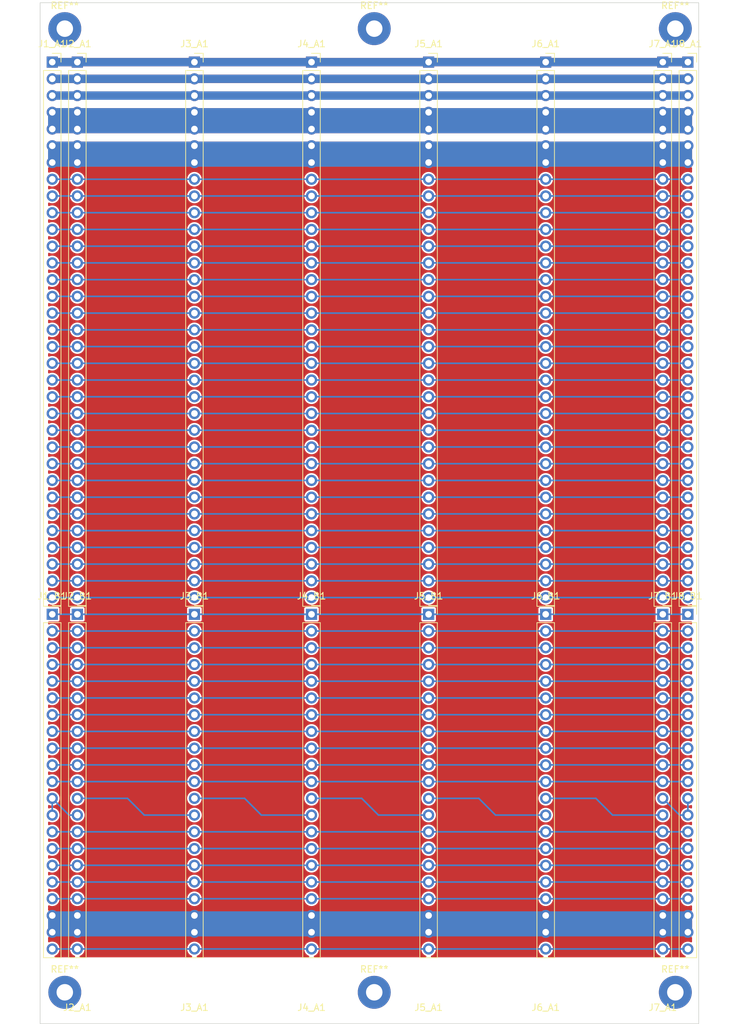
<source format=kicad_pcb>
(kicad_pcb (version 20211014) (generator pcbnew)
  (layers (0 "F.Cu" signal) (31 "B.Cu" signal) (34 "B.Paste" user) (35 "F.Paste" user) (36 "B.SilkS" user "B.Silkscreen") (37 "F.SilkS" user "F.Silkscreen") (38 "B.Mask" user) (39 "F.Mask" user) (44 "Edge.Cuts" user))
  (net 0 "")
  (net 1 "-5V")
  (net 2 "+12V")
  (net 3 "-12V")
  (net 4 "+5V")
  (net 5 "GND")
  (net 6 "/D0")
  (net 7 "/D1")
  (net 8 "/D2")
  (net 9 "/D3")
  (net 10 "/D4")
  (net 11 "/D5")
  (net 12 "/D6")
  (net 13 "/D7")
  (net 14 "/~{RD}")
  (net 15 "/~{WR}")
  (net 16 "/~{IORQ}")
  (net 17 "/~{MREQ}")
  (net 18 "/A0")
  (net 19 "/A1")
  (net 20 "/A2")
  (net 21 "/A3")
  (net 22 "/A4")
  (net 23 "/A5")
  (net 24 "/A6")
  (net 25 "/A7")
  (net 26 "/~{RESET}")
  (net 27 "/~{M1}")
  (net 28 "/~{PHI}")
  (net 29 "/~{RFSH}")
  (net 30 "/~{INT}")
  (net 31 "/~{WAIT}")
  (net 32 "/A8")
  (net 33 "/A9")
  (net 34 "/A10")
  (net 35 "/A11")
  (net 36 "/A12")
  (net 37 "/A13")
  (net 38 "/A14")
  (net 39 "/A15")
  (net 40 "/BANKEN")
  (net 41 "/~{BUSRQ}")
  (net 42 "/~{BUSAK}")
  (net 43 "/PI1")
  (net 44 "/~{NMI}")
  (net 45 "/A16")
  (net 46 "/A17")
  (net 47 "/A18")
  (net 48 "/A19")
  (net 49 "/RESERVE")
  (net 50 "/PI2")
  (net 51 "/PI3")
  (net 52 "/PI4")
  (net 53 "/PI5")
  (net 54 "/PI6")
  (net 55 "/PI7")
  (footprint "Connector_PinSocket_2.54mm:PinSocket_1x33_P2.54mm_Vertical" (layer "F.Cu") (at 67.31 33.02)
    (fp_text reference "J4_A1")
    (fp_text value "Conn_01x33")
  )
  (footprint "Connector_PinSocket_2.54mm:PinSocket_1x33_P2.54mm_Vertical" (layer "F.Cu") (at 124.46 33.02)
    (fp_text reference "J8_A1")
    (fp_text value "Conn_01x33")
  )
  (footprint "MountingHole:MountingHole_2.5mm_Pad" (layer "F.Cu") (at 122.555 174.22)
    (fp_text reference "REF**")
    (fp_text value "MountingHole_2.5mm_Pad")
  )
  (footprint "MountingHole:MountingHole_2.5mm_Pad" (layer "F.Cu") (at 76.835 174.22)
    (fp_text reference "REF**")
    (fp_text value "MountingHole_2.5mm_Pad")
  )
  (footprint "Connector_PinSocket_2.54mm:PinSocket_1x33_P2.54mm_Vertical" (layer "F.Cu") (at 31.75 33.02)
    (fp_text reference "J2_A1")
    (fp_text value "Conn_01x33")
  )
  (footprint "Connector_PinSocket_2.54mm:PinSocket_1x21_P2.54mm_Vertical" (layer "F.Cu") (at 102.87 116.84)
    (fp_text reference "J6_B1")
    (fp_text value "Conn_01x21")
  )
  (footprint "Connector_PinSocket_2.54mm:PinSocket_1x21_P2.54mm_Vertical" (layer "F.Cu") (at 120.65 116.84)
    (fp_text reference "J7_B1")
    (fp_text value "Conn_01x21")
  )
  (footprint "Connector_PinSocket_2.54mm:PinSocket_1x21_P2.54mm_Vertical" (layer "F.Cu") (at 49.53 116.84)
    (fp_text reference "J3_B1")
    (fp_text value "Conn_01x21")
  )
  (footprint "MountingHole:MountingHole_2.5mm_Pad" (layer "F.Cu") (at 122.555 27.94)
    (fp_text reference "REF**")
    (fp_text value "MountingHole_2.5mm_Pad")
  )
  (footprint "Connector_PinSocket_2.54mm:PinSocket_1x33_P2.54mm_Vertical" (layer "F.Cu") (at 27.94 33.02)
    (fp_text reference "J1_A1")
    (fp_text value "Conn_01x33")
  )
  (footprint "Connector_PinSocket_2.54mm:PinSocket_1x21_P2.54mm_Vertical" (layer "F.Cu") (at 27.94 116.84)
    (fp_text reference "J1_B1")
    (fp_text value "Conn_01x21")
  )
  (footprint "Connector_PinSocket_2.54mm:PinSocket_1x21_P2.54mm_Vertical" (layer "F.Cu") (at 67.31 116.84)
    (fp_text reference "J4_B1")
    (fp_text value "Conn_01x21")
  )
  (footprint "Connector_PinSocket_2.54mm:PinSocket_1x21_P2.54mm_Vertical" (layer "F.Cu") (at 31.75 116.84)
    (fp_text reference "J2_B1")
    (fp_text value "Conn_01x21")
  )
  (footprint "Connector_PinSocket_2.54mm:PinSocket_1x33_P2.54mm_Vertical" (layer "F.Cu") (at 49.53 33.02)
    (fp_text reference "J3_A1")
    (fp_text value "Conn_01x33")
  )
  (footprint "MountingHole:MountingHole_2.5mm_Pad" (layer "F.Cu") (at 29.845 27.94)
    (fp_text reference "REF**")
    (fp_text value "MountingHole_2.5mm_Pad")
  )
  (footprint "Connector_PinSocket_2.54mm:PinSocket_1x33_P2.54mm_Vertical" (layer "F.Cu") (at 85.09 33.02)
    (fp_text reference "J5_A1")
    (fp_text value "Conn_01x33")
  )
  (footprint "Connector_PinSocket_2.54mm:PinSocket_1x33_P2.54mm_Vertical" (layer "F.Cu") (at 120.65 33.02)
    (fp_text reference "J7_A1")
    (fp_text value "Conn_01x33")
  )
  (footprint "Connector_PinSocket_2.54mm:PinSocket_1x21_P2.54mm_Vertical" (layer "F.Cu") (at 85.09 116.84)
    (fp_text reference "J5_B1")
    (fp_text value "Conn_01x21")
  )
  (footprint "MountingHole:MountingHole_2.5mm_Pad" (layer "F.Cu") (at 76.835 27.94)
    (fp_text reference "REF**")
    (fp_text value "MountingHole_2.5mm_Pad")
  )
  (footprint "MountingHole:MountingHole_2.5mm_Pad" (layer "F.Cu") (at 29.845 174.22)
    (fp_text reference "REF**")
    (fp_text value "MountingHole_2.5mm_Pad")
  )
  (footprint "Connector_PinSocket_2.54mm:PinSocket_1x21_P2.54mm_Vertical" (layer "F.Cu") (at 124.46 116.84)
    (fp_text reference "J8_B1")
    (fp_text value "Conn_01x21")
  )
  (footprint "Connector_PinSocket_2.54mm:PinSocket_1x33_P2.54mm_Vertical" (layer "F.Cu") (at 102.87 33.02)
    (fp_text reference "J6_A1")
    (fp_text value "Conn_01x33")
  )
  (gr_rect (start 26.1 24) (end 126.1 179) (layer "Edge.Cuts") (width 0.1) (fill none))
  (gr_text "J7_A1" (at 120.65 176.53) (layer "F.SilkS") (effects (font (size 1 1))))
  (gr_text "J4_A1" (at 67.31 176.53) (layer "F.SilkS") (effects (font (size 1 1))))
  (gr_text "J5_A1" (at 85.09 176.53) (layer "F.SilkS") (effects (font (size 1 1))))
  (gr_text "J3_A1" (at 49.53 176.53) (layer "F.SilkS") (effects (font (size 1 1))))
  (gr_text "J2_A1" (at 31.75 176.53) (layer "F.SilkS") (effects (font (size 1 1))))
  (gr_text "J6_A1" (at 102.87 176.53) (layer "F.SilkS") (effects (font (size 1 1))))
  (segment (start 31.75 40.64) (end 31.75 43.18) (width 1) (layer "F.Cu") (net 4))
  (segment (start 49.53 40.64) (end 67.31 40.64) (width 1) (layer "F.Cu") (net 4))
  (segment (start 67.31 43.18) (end 49.53 43.18) (width 1) (layer "F.Cu") (net 4))
  (segment (start 67.31 40.64) (end 67.31 43.18) (width 1) (layer "F.Cu") (net 4))
  (segment (start 31.75 40.64) (end 49.53 40.64) (width 1) (layer "F.Cu") (net 4))
  (segment (start 27.94 40.64) (end 27.94 43.18) (width 1) (layer "F.Cu") (net 4))
  (segment (start 27.94 43.18) (end 31.75 43.18) (width 1) (layer "F.Cu") (net 4))
  (segment (start 31.75 43.18) (end 49.53 43.18) (width 1) (layer "F.Cu") (net 4))
  (segment (start 27.94 40.64) (end 31.75 40.64) (width 1) (layer "F.Cu") (net 4))
  (segment (start 85.09 50.8) (end 102.87 50.8) (width 0.25) (layer "B.Cu") (net 6))
  (segment (start 31.75 50.8) (end 49.53 50.8) (width 0.25) (layer "B.Cu") (net 6))
  (segment (start 67.31 50.8) (end 85.09 50.8) (width 0.25) (layer "B.Cu") (net 6))
  (segment (start 120.65 50.8) (end 124.46 50.8) (width 0.25) (layer "B.Cu") (net 6))
  (segment (start 102.87 50.8) (end 120.65 50.8) (width 0.25) (layer "B.Cu") (net 6))
  (segment (start 27.94 50.8) (end 31.75 50.8) (width 0.25) (layer "B.Cu") (net 6))
  (segment (start 49.53 50.8) (end 67.31 50.8) (width 0.25) (layer "B.Cu") (net 6))
  (segment (start 120.65 53.34) (end 124.46 53.34) (width 0.25) (layer "B.Cu") (net 7))
  (segment (start 31.75 53.34) (end 49.53 53.34) (width 0.25) (layer "B.Cu") (net 7))
  (segment (start 85.09 53.34) (end 102.87 53.34) (width 0.25) (layer "B.Cu") (net 7))
  (segment (start 27.94 53.34) (end 31.75 53.34) (width 0.25) (layer "B.Cu") (net 7))
  (segment (start 102.87 53.34) (end 120.65 53.34) (width 0.25) (layer "B.Cu") (net 7))
  (segment (start 67.31 53.34) (end 85.09 53.34) (width 0.25) (layer "B.Cu") (net 7))
  (segment (start 49.53 53.34) (end 67.31 53.34) (width 0.25) (layer "B.Cu") (net 7))
  (segment (start 120.65 55.88) (end 124.46 55.88) (width 0.25) (layer "B.Cu") (net 8))
  (segment (start 102.87 55.88) (end 120.65 55.88) (width 0.25) (layer "B.Cu") (net 8))
  (segment (start 67.31 55.88) (end 85.09 55.88) (width 0.25) (layer "B.Cu") (net 8))
  (segment (start 27.94 55.88) (end 31.75 55.88) (width 0.25) (layer "B.Cu") (net 8))
  (segment (start 49.53 55.88) (end 67.31 55.88) (width 0.25) (layer "B.Cu") (net 8))
  (segment (start 31.75 55.88) (end 49.53 55.88) (width 0.25) (layer "B.Cu") (net 8))
  (segment (start 85.09 55.88) (end 102.87 55.88) (width 0.25) (layer "B.Cu") (net 8))
  (segment (start 49.53 58.42) (end 31.75 58.42) (width 0.25) (layer "B.Cu") (net 9))
  (segment (start 67.31 58.42) (end 49.53 58.42) (width 0.25) (layer "B.Cu") (net 9))
  (segment (start 102.87 58.42) (end 85.09 58.42) (width 0.25) (layer "B.Cu") (net 9))
  (segment (start 124.46 58.42) (end 120.65 58.42) (width 0.25) (layer "B.Cu") (net 9))
  (segment (start 31.75 58.42) (end 27.94 58.42) (width 0.25) (layer "B.Cu") (net 9))
  (segment (start 120.65 58.42) (end 102.87 58.42) (width 0.25) (layer "B.Cu") (net 9))
  (segment (start 85.09 58.42) (end 67.31 58.42) (width 0.25) (layer "B.Cu") (net 9))
  (segment (start 85.09 60.96) (end 102.87 60.96) (width 0.25) (layer "B.Cu") (net 10))
  (segment (start 102.87 60.96) (end 120.65 60.96) (width 0.25) (layer "B.Cu") (net 10))
  (segment (start 27.94 60.96) (end 31.75 60.96) (width 0.25) (layer "B.Cu") (net 10))
  (segment (start 31.75 60.96) (end 49.53 60.96) (width 0.25) (layer "B.Cu") (net 10))
  (segment (start 67.31 60.96) (end 85.09 60.96) (width 0.25) (layer "B.Cu") (net 10))
  (segment (start 120.65 60.96) (end 124.46 60.96) (width 0.25) (layer "B.Cu") (net 10))
  (segment (start 49.53 60.96) (end 67.31 60.96) (width 0.25) (layer "B.Cu") (net 10))
  (segment (start 85.09 63.5) (end 67.31 63.5) (width 0.25) (layer "B.Cu") (net 11))
  (segment (start 124.46 63.5) (end 120.65 63.5) (width 0.25) (layer "B.Cu") (net 11))
  (segment (start 49.53 63.5) (end 31.75 63.5) (width 0.25) (layer "B.Cu") (net 11))
  (segment (start 120.65 63.5) (end 102.87 63.5) (width 0.25) (layer "B.Cu") (net 11))
  (segment (start 102.87 63.5) (end 85.09 63.5) (width 0.25) (layer "B.Cu") (net 11))
  (segment (start 31.75 63.5) (end 27.94 63.5) (width 0.25) (layer "B.Cu") (net 11))
  (segment (start 67.31 63.5) (end 49.53 63.5) (width 0.25) (layer "B.Cu") (net 11))
  (segment (start 31.75 66.04) (end 49.53 66.04) (width 0.25) (layer "B.Cu") (net 12))
  (segment (start 102.87 66.04) (end 120.65 66.04) (width 0.25) (layer "B.Cu") (net 12))
  (segment (start 120.65 66.04) (end 124.46 66.04) (width 0.25) (layer "B.Cu") (net 12))
  (segment (start 49.53 66.04) (end 67.31 66.04) (width 0.25) (layer "B.Cu") (net 12))
  (segment (start 85.09 66.04) (end 102.87 66.04) (width 0.25) (layer "B.Cu") (net 12))
  (segment (start 67.31 66.04) (end 85.09 66.04) (width 0.25) (layer "B.Cu") (net 12))
  (segment (start 27.94 66.04) (end 31.75 66.04) (width 0.25) (layer "B.Cu") (net 12))
  (segment (start 85.09 68.58) (end 67.31 68.58) (width 0.25) (layer "B.Cu") (net 13))
  (segment (start 120.65 68.58) (end 102.87 68.58) (width 0.25) (layer "B.Cu") (net 13))
  (segment (start 67.31 68.58) (end 49.53 68.58) (width 0.25) (layer "B.Cu") (net 13))
  (segment (start 124.46 68.58) (end 120.65 68.58) (width 0.25) (layer "B.Cu") (net 13))
  (segment (start 49.53 68.58) (end 31.75 68.58) (width 0.25) (layer "B.Cu") (net 13))
  (segment (start 31.75 68.58) (end 27.94 68.58) (width 0.25) (layer "B.Cu") (net 13))
  (segment (start 102.87 68.58) (end 85.09 68.58) (width 0.25) (layer "B.Cu") (net 13))
  (segment (start 67.31 71.12) (end 85.09 71.12) (width 0.25) (layer "B.Cu") (net 14))
  (segment (start 31.75 71.12) (end 49.53 71.12) (width 0.25) (layer "B.Cu") (net 14))
  (segment (start 85.09 71.12) (end 102.87 71.12) (width 0.25) (layer "B.Cu") (net 14))
  (segment (start 102.87 71.12) (end 120.65 71.12) (width 0.25) (layer "B.Cu") (net 14))
  (segment (start 120.65 71.12) (end 124.46 71.12) (width 0.25) (layer "B.Cu") (net 14))
  (segment (start 27.94 71.12) (end 31.75 71.12) (width 0.25) (layer "B.Cu") (net 14))
  (segment (start 49.53 71.12) (end 67.31 71.12) (width 0.25) (layer "B.Cu") (net 14))
  (segment (start 67.31 73.66) (end 49.53 73.66) (width 0.25) (layer "B.Cu") (net 15))
  (segment (start 85.09 73.66) (end 67.31 73.66) (width 0.25) (layer "B.Cu") (net 15))
  (segment (start 120.65 73.66) (end 102.87 73.66) (width 0.25) (layer "B.Cu") (net 15))
  (segment (start 31.75 73.66) (end 27.94 73.66) (width 0.25) (layer "B.Cu") (net 15))
  (segment (start 124.46 73.66) (end 120.65 73.66) (width 0.25) (layer "B.Cu") (net 15))
  (segment (start 49.53 73.66) (end 31.75 73.66) (width 0.25) (layer "B.Cu") (net 15))
  (segment (start 102.87 73.66) (end 85.09 73.66) (width 0.25) (layer "B.Cu") (net 15))
  (segment (start 67.31 76.2) (end 85.09 76.2) (width 0.25) (layer "B.Cu") (net 16))
  (segment (start 49.53 76.2) (end 67.31 76.2) (width 0.25) (layer "B.Cu") (net 16))
  (segment (start 120.65 76.2) (end 124.46 76.2) (width 0.25) (layer "B.Cu") (net 16))
  (segment (start 85.09 76.2) (end 102.87 76.2) (width 0.25) (layer "B.Cu") (net 16))
  (segment (start 31.75 76.2) (end 49.53 76.2) (width 0.25) (layer "B.Cu") (net 16))
  (segment (start 27.94 76.2) (end 31.75 76.2) (width 0.25) (layer "B.Cu") (net 16))
  (segment (start 102.87 76.2) (end 120.65 76.2) (width 0.25) (layer "B.Cu") (net 16))
  (segment (start 85.09 78.74) (end 67.31 78.74) (width 0.25) (layer "B.Cu") (net 17))
  (segment (start 124.46 78.74) (end 120.65 78.74) (width 0.25) (layer "B.Cu") (net 17))
  (segment (start 102.87 78.74) (end 85.09 78.74) (width 0.25) (layer "B.Cu") (net 17))
  (segment (start 31.75 78.74) (end 27.94 78.74) (width 0.25) (layer "B.Cu") (net 17))
  (segment (start 120.65 78.74) (end 102.87 78.74) (width 0.25) (layer "B.Cu") (net 17))
  (segment (start 49.53 78.74) (end 31.75 78.74) (width 0.25) (layer "B.Cu") (net 17))
  (segment (start 67.31 78.74) (end 49.53 78.74) (width 0.25) (layer "B.Cu") (net 17))
  (segment (start 27.94 81.28) (end 31.75 81.28) (width 0.25) (layer "B.Cu") (net 18))
  (segment (start 102.87 81.28) (end 120.65 81.28) (width 0.25) (layer "B.Cu") (net 18))
  (segment (start 49.53 81.28) (end 67.31 81.28) (width 0.25) (layer "B.Cu") (net 18))
  (segment (start 85.09 81.28) (end 102.87 81.28) (width 0.25) (layer "B.Cu") (net 18))
  (segment (start 120.65 81.28) (end 124.46 81.28) (width 0.25) (layer "B.Cu") (net 18))
  (segment (start 67.31 81.28) (end 85.09 81.28) (width 0.25) (layer "B.Cu") (net 18))
  (segment (start 31.75 81.28) (end 49.53 81.28) (width 0.25) (layer "B.Cu") (net 18))
  (segment (start 67.31 83.82) (end 85.09 83.82) (width 0.25) (layer "B.Cu") (net 19))
  (segment (start 27.94 83.82) (end 31.75 83.82) (width 0.25) (layer "B.Cu") (net 19))
  (segment (start 102.87 83.82) (end 120.65 83.82) (width 0.25) (layer "B.Cu") (net 19))
  (segment (start 120.65 83.82) (end 124.46 83.82) (width 0.25) (layer "B.Cu") (net 19))
  (segment (start 49.53 83.82) (end 67.31 83.82) (width 0.25) (layer "B.Cu") (net 19))
  (segment (start 31.75 83.82) (end 49.53 83.82) (width 0.25) (layer "B.Cu") (net 19))
  (segment (start 85.09 83.82) (end 102.87 83.82) (width 0.25) (layer "B.Cu") (net 19))
  (segment (start 49.53 86.36) (end 31.75 86.36) (width 0.25) (layer "B.Cu") (net 20))
  (segment (start 67.31 86.36) (end 49.53 86.36) (width 0.25) (layer "B.Cu") (net 20))
  (segment (start 102.87 86.36) (end 85.09 86.36) (width 0.25) (layer "B.Cu") (net 20))
  (segment (start 120.65 86.36) (end 102.87 86.36) (width 0.25) (layer "B.Cu") (net 20))
  (segment (start 124.46 86.36) (end 120.65 86.36) (width 0.25) (layer "B.Cu") (net 20))
  (segment (start 85.09 86.36) (end 67.31 86.36) (width 0.25) (layer "B.Cu") (net 20))
  (segment (start 31.75 86.36) (end 27.94 86.36) (width 0.25) (layer "B.Cu") (net 20))
  (segment (start 49.53 88.9) (end 67.31 88.9) (width 0.25) (layer "B.Cu") (net 21))
  (segment (start 67.31 88.9) (end 85.09 88.9) (width 0.25) (layer "B.Cu") (net 21))
  (segment (start 120.65 88.9) (end 124.46 88.9) (width 0.25) (layer "B.Cu") (net 21))
  (segment (start 31.75 88.9) (end 49.53 88.9) (width 0.25) (layer "B.Cu") (net 21))
  (segment (start 85.09 88.9) (end 102.87 88.9) (width 0.25) (layer "B.Cu") (net 21))
  (segment (start 102.87 88.9) (end 120.65 88.9) (width 0.25) (layer "B.Cu") (net 21))
  (segment (start 27.94 88.9) (end 31.75 88.9) (width 0.25) (layer "B.Cu") (net 21))
  (segment (start 67.31 91.44) (end 49.53 91.44) (width 0.25) (layer "B.Cu") (net 22))
  (segment (start 120.65 91.44) (end 102.87 91.44) (width 0.25) (layer "B.Cu") (net 22))
  (segment (start 124.46 91.44) (end 120.65 91.44) (width 0.25) (layer "B.Cu") (net 22))
  (segment (start 102.87 91.44) (end 85.09 91.44) (width 0.25) (layer "B.Cu") (net 22))
  (segment (start 49.53 91.44) (end 31.75 91.44) (width 0.25) (layer "B.Cu") (net 22))
  (segment (start 85.09 91.44) (end 67.31 91.44) (width 0.25) (layer "B.Cu") (net 22))
  (segment (start 31.75 91.44) (end 27.94 91.44) (width 0.25) (layer "B.Cu") (net 22))
  (segment (start 67.31 93.98) (end 85.09 93.98) (width 0.25) (layer "B.Cu") (net 23))
  (segment (start 120.65 93.98) (end 124.46 93.98) (width 0.25) (layer "B.Cu") (net 23))
  (segment (start 102.87 93.98) (end 120.65 93.98) (width 0.25) (layer "B.Cu") (net 23))
  (segment (start 85.09 93.98) (end 102.87 93.98) (width 0.25) (layer "B.Cu") (net 23))
  (segment (start 27.94 93.98) (end 31.75 93.98) (width 0.25) (layer "B.Cu") (net 23))
  (segment (start 49.53 93.98) (end 67.31 93.98) (width 0.25) (layer "B.Cu") (net 23))
  (segment (start 31.75 93.98) (end 49.53 93.98) (width 0.25) (layer "B.Cu") (net 23))
  (segment (start 85.09 96.52) (end 67.31 96.52) (width 0.25) (layer "B.Cu") (net 24))
  (segment (start 102.87 96.52) (end 85.09 96.52) (width 0.25) (layer "B.Cu") (net 24))
  (segment (start 49.53 96.52) (end 31.75 96.52) (width 0.25) (layer "B.Cu") (net 24))
  (segment (start 124.46 96.52) (end 120.65 96.52) (width 0.25) (layer "B.Cu") (net 24))
  (segment (start 120.65 96.52) (end 102.87 96.52) (width 0.25) (layer "B.Cu") (net 24))
  (segment (start 67.31 96.52) (end 49.53 96.52) (width 0.25) (layer "B.Cu") (net 24))
  (segment (start 31.75 96.52) (end 27.94 96.52) (width 0.25) (layer "B.Cu") (net 24))
  (segment (start 102.87 99.06) (end 120.65 99.06) (width 0.25) (layer "B.Cu") (net 25))
  (segment (start 31.75 99.06) (end 49.53 99.06) (width 0.25) (layer "B.Cu") (net 25))
  (segment (start 49.53 99.06) (end 67.31 99.06) (width 0.25) (layer "B.Cu") (net 25))
  (segment (start 120.65 99.06) (end 124.46 99.06) (width 0.25) (layer "B.Cu") (net 25))
  (segment (start 27.94 99.06) (end 31.75 99.06) (width 0.25) (layer "B.Cu") (net 25))
  (segment (start 67.31 99.06) (end 85.09 99.06) (width 0.25) (layer "B.Cu") (net 25))
  (segment (start 85.09 99.06) (end 102.87 99.06) (width 0.25) (layer "B.Cu") (net 25))
  (segment (start 67.31 101.6) (end 49.53 101.6) (width 0.25) (layer "B.Cu") (net 26))
  (segment (start 124.46 101.6) (end 120.65 101.6) (width 0.25) (layer "B.Cu") (net 26))
  (segment (start 85.09 101.6) (end 67.31 101.6) (width 0.25) (layer "B.Cu") (net 26))
  (segment (start 49.53 101.6) (end 31.75 101.6) (width 0.25) (layer "B.Cu") (net 26))
  (segment (start 31.75 101.6) (end 27.94 101.6) (width 0.25) (layer "B.Cu") (net 26))
  (segment (start 102.87 101.6) (end 85.09 101.6) (width 0.25) (layer "B.Cu") (net 26))
  (segment (start 120.65 101.6) (end 102.87 101.6) (width 0.25) (layer "B.Cu") (net 26))
  (segment (start 102.87 104.14) (end 120.65 104.14) (width 0.25) (layer "B.Cu") (net 27))
  (segment (start 67.31 104.14) (end 85.09 104.14) (width 0.25) (layer "B.Cu") (net 27))
  (segment (start 85.09 104.14) (end 102.87 104.14) (width 0.25) (layer "B.Cu") (net 27))
  (segment (start 49.53 104.14) (end 67.31 104.14) (width 0.25) (layer "B.Cu") (net 27))
  (segment (start 31.75 104.14) (end 49.53 104.14) (width 0.25) (layer "B.Cu") (net 27))
  (segment (start 27.94 104.14) (end 31.75 104.14) (width 0.25) (layer "B.Cu") (net 27))
  (segment (start 120.65 104.14) (end 124.46 104.14) (width 0.25) (layer "B.Cu") (net 27))
  (segment (start 124.46 106.68) (end 120.65 106.68) (width 0.25) (layer "B.Cu") (net 28))
  (segment (start 120.65 106.68) (end 102.87 106.68) (width 0.25) (layer "B.Cu") (net 28))
  (segment (start 67.31 106.68) (end 49.53 106.68) (width 0.25) (layer "B.Cu") (net 28))
  (segment (start 49.53 106.68) (end 31.75 106.68) (width 0.25) (layer "B.Cu") (net 28))
  (segment (start 31.75 106.68) (end 27.94 106.68) (width 0.25) (layer "B.Cu") (net 28))
  (segment (start 85.09 106.68) (end 67.31 106.68) (width 0.25) (layer "B.Cu") (net 28))
  (segment (start 102.87 106.68) (end 85.09 106.68) (width 0.25) (layer "B.Cu") (net 28))
  (segment (start 102.87 109.22) (end 120.65 109.22) (width 0.25) (layer "B.Cu") (net 29))
  (segment (start 31.75 109.22) (end 49.53 109.22) (width 0.25) (layer "B.Cu") (net 29))
  (segment (start 49.53 109.22) (end 67.31 109.22) (width 0.25) (layer "B.Cu") (net 29))
  (segment (start 67.31 109.22) (end 85.09 109.22) (width 0.25) (layer "B.Cu") (net 29))
  (segment (start 120.65 109.22) (end 124.46 109.22) (width 0.25) (layer "B.Cu") (net 29))
  (segment (start 27.94 109.22) (end 31.75 109.22) (width 0.25) (layer "B.Cu") (net 29))
  (segment (start 85.09 109.22) (end 102.87 109.22) (width 0.25) (layer "B.Cu") (net 29))
  (segment (start 85.09 111.76) (end 67.31 111.76) (width 0.25) (layer "B.Cu") (net 30))
  (segment (start 120.65 111.76) (end 102.87 111.76) (width 0.25) (layer "B.Cu") (net 30))
  (segment (start 67.31 111.76) (end 49.53 111.76) (width 0.25) (layer "B.Cu") (net 30))
  (segment (start 31.75 111.76) (end 27.94 111.76) (width 0.25) (layer "B.Cu") (net 30))
  (segment (start 49.53 111.76) (end 31.75 111.76) (width 0.25) (layer "B.Cu") (net 30))
  (segment (start 124.46 111.76) (end 120.65 111.76) (width 0.25) (layer "B.Cu") (net 30))
  (segment (start 102.87 111.76) (end 85.09 111.76) (width 0.25) (layer "B.Cu") (net 30))
  (segment (start 31.75 114.3) (end 49.53 114.3) (width 0.25) (layer "B.Cu") (net 31))
  (segment (start 67.31 114.3) (end 85.09 114.3) (width 0.25) (layer "B.Cu") (net 31))
  (segment (start 120.65 114.3) (end 124.46 114.3) (width 0.25) (layer "B.Cu") (net 31))
  (segment (start 102.87 114.3) (end 120.65 114.3) (width 0.25) (layer "B.Cu") (net 31))
  (segment (start 85.09 114.3) (end 102.87 114.3) (width 0.25) (layer "B.Cu") (net 31))
  (segment (start 27.94 114.3) (end 31.75 114.3) (width 0.25) (layer "B.Cu") (net 31))
  (segment (start 49.53 114.3) (end 67.31 114.3) (width 0.25) (layer "B.Cu") (net 31))
  (segment (start 31.75 116.84) (end 27.94 116.84) (width 0.25) (layer "B.Cu") (net 32))
  (segment (start 67.31 116.84) (end 49.53 116.84) (width 0.25) (layer "B.Cu") (net 32))
  (segment (start 124.46 116.84) (end 120.65 116.84) (width 0.25) (layer "B.Cu") (net 32))
  (segment (start 120.65 116.84) (end 102.87 116.84) (width 0.25) (layer "B.Cu") (net 32))
  (segment (start 102.87 116.84) (end 85.09 116.84) (width 0.25) (layer "B.Cu") (net 32))
  (segment (start 49.53 116.84) (end 31.75 116.84) (width 0.25) (layer "B.Cu") (net 32))
  (segment (start 85.09 116.84) (end 67.31 116.84) (width 0.25) (layer "B.Cu") (net 32))
  (segment (start 27.94 119.38) (end 31.75 119.38) (width 0.25) (layer "B.Cu") (net 33))
  (segment (start 31.75 119.38) (end 49.53 119.38) (width 0.25) (layer "B.Cu") (net 33))
  (segment (start 67.31 119.38) (end 85.09 119.38) (width 0.25) (layer "B.Cu") (net 33))
  (segment (start 49.53 119.38) (end 67.31 119.38) (width 0.25) (layer "B.Cu") (net 33))
  (segment (start 120.65 119.38) (end 124.46 119.38) (width 0.25) (layer "B.Cu") (net 33))
  (segment (start 85.09 119.38) (end 102.87 119.38) (width 0.25) (layer "B.Cu") (net 33))
  (segment (start 102.87 119.38) (end 120.65 119.38) (width 0.25) (layer "B.Cu") (net 33))
  (segment (start 67.31 121.92) (end 85.09 121.92) (width 0.25) (layer "B.Cu") (net 34))
  (segment (start 49.53 121.92) (end 67.31 121.92) (width 0.25) (layer "B.Cu") (net 34))
  (segment (start 120.65 121.92) (end 124.46 121.92) (width 0.25) (layer "B.Cu") (net 34))
  (segment (start 102.87 121.92) (end 120.65 121.92) (width 0.25) (layer "B.Cu") (net 34))
  (segment (start 85.09 121.92) (end 102.87 121.92) (width 0.25) (layer "B.Cu") (net 34))
  (segment (start 27.94 121.92) (end 31.75 121.92) (width 0.25) (layer "B.Cu") (net 34))
  (segment (start 31.75 121.92) (end 49.53 121.92) (width 0.25) (layer "B.Cu") (net 34))
  (segment (start 85.09 124.46) (end 67.31 124.46) (width 0.25) (layer "B.Cu") (net 35))
  (segment (start 31.75 124.46) (end 27.94 124.46) (width 0.25) (layer "B.Cu") (net 35))
  (segment (start 49.53 124.46) (end 31.75 124.46) (width 0.25) (layer "B.Cu") (net 35))
  (segment (start 102.87 124.46) (end 85.09 124.46) (width 0.25) (layer "B.Cu") (net 35))
  (segment (start 67.31 124.46) (end 49.53 124.46) (width 0.25) (layer "B.Cu") (net 35))
  (segment (start 120.65 124.46) (end 102.87 124.46) (width 0.25) (layer "B.Cu") (net 35))
  (segment (start 124.46 124.46) (end 120.65 124.46) (width 0.25) (layer "B.Cu") (net 35))
  (segment (start 102.87 127) (end 120.65 127) (width 0.25) (layer "B.Cu") (net 36))
  (segment (start 85.09 127) (end 102.87 127) (width 0.25) (layer "B.Cu") (net 36))
  (segment (start 120.65 127) (end 124.46 127) (width 0.25) (layer "B.Cu") (net 36))
  (segment (start 67.31 127) (end 85.09 127) (width 0.25) (layer "B.Cu") (net 36))
  (segment (start 49.53 127) (end 67.31 127) (width 0.25) (layer "B.Cu") (net 36))
  (segment (start 27.94 127) (end 31.75 127) (width 0.25) (layer "B.Cu") (net 36))
  (segment (start 31.75 127) (end 49.53 127) (width 0.25) (layer "B.Cu") (net 36))
  (segment (start 49.53 129.54) (end 31.75 129.54) (width 0.25) (layer "B.Cu") (net 37))
  (segment (start 124.46 129.54) (end 120.65 129.54) (width 0.25) (layer "B.Cu") (net 37))
  (segment (start 120.65 129.54) (end 102.87 129.54) (width 0.25) (layer "B.Cu") (net 37))
  (segment (start 102.87 129.54) (end 85.09 129.54) (width 0.25) (layer "B.Cu") (net 37))
  (segment (start 67.31 129.54) (end 49.53 129.54) (width 0.25) (layer "B.Cu") (net 37))
  (segment (start 31.75 129.54) (end 27.94 129.54) (width 0.25) (layer "B.Cu") (net 37))
  (segment (start 85.09 129.54) (end 67.31 129.54) (width 0.25) (layer "B.Cu") (net 37))
  (segment (start 27.94 132.08) (end 31.75 132.08) (width 0.25) (layer "B.Cu") (net 38))
  (segment (start 49.53 132.08) (end 67.31 132.08) (width 0.25) (layer "B.Cu") (net 38))
  (segment (start 31.75 132.08) (end 49.53 132.08) (width 0.25) (layer "B.Cu") (net 38))
  (segment (start 102.87 132.08) (end 120.65 132.08) (width 0.25) (layer "B.Cu") (net 38))
  (segment (start 67.31 132.08) (end 85.09 132.08) (width 0.25) (layer "B.Cu") (net 38))
  (segment (start 120.65 132.08) (end 124.46 132.08) (width 0.25) (layer "B.Cu") (net 38))
  (segment (start 85.09 132.08) (end 102.87 132.08) (width 0.25) (layer "B.Cu") (net 38))
  (segment (start 102.87 134.62) (end 85.09 134.62) (width 0.25) (layer "B.Cu") (net 39))
  (segment (start 67.31 134.62) (end 49.53 134.62) (width 0.25) (layer "B.Cu") (net 39))
  (segment (start 124.46 134.62) (end 120.65 134.62) (width 0.25) (layer "B.Cu") (net 39))
  (segment (start 31.75 134.62) (end 27.94 134.62) (width 0.25) (layer "B.Cu") (net 39))
  (segment (start 85.09 134.62) (end 67.31 134.62) (width 0.25) (layer "B.Cu") (net 39))
  (segment (start 49.53 134.62) (end 31.75 134.62) (width 0.25) (layer "B.Cu") (net 39))
  (segment (start 120.65 134.62) (end 102.87 134.62) (width 0.25) (layer "B.Cu") (net 39))
  (segment (start 27.94 137.16) (end 31.75 137.16) (width 0.25) (layer "B.Cu") (net 40))
  (segment (start 120.65 137.16) (end 124.46 137.16) (width 0.25) (layer "B.Cu") (net 40))
  (segment (start 85.09 137.16) (end 102.87 137.16) (width 0.25) (layer "B.Cu") (net 40))
  (segment (start 31.75 137.16) (end 49.53 137.16) (width 0.25) (layer "B.Cu") (net 40))
  (segment (start 49.53 137.16) (end 67.31 137.16) (width 0.25) (layer "B.Cu") (net 40))
  (segment (start 67.31 137.16) (end 85.09 137.16) (width 0.25) (layer "B.Cu") (net 40))
  (segment (start 102.87 137.16) (end 120.65 137.16) (width 0.25) (layer "B.Cu") (net 40))
  (segment (start 85.09 139.7) (end 67.31 139.7) (width 0.25) (layer "B.Cu") (net 41))
  (segment (start 124.46 139.7) (end 120.65 139.7) (width 0.25) (layer "B.Cu") (net 41))
  (segment (start 31.75 139.7) (end 27.94 139.7) (width 0.25) (layer "B.Cu") (net 41))
  (segment (start 67.31 139.7) (end 49.53 139.7) (width 0.25) (layer "B.Cu") (net 41))
  (segment (start 49.53 139.7) (end 31.75 139.7) (width 0.25) (layer "B.Cu") (net 41))
  (segment (start 120.65 139.7) (end 102.87 139.7) (width 0.25) (layer "B.Cu") (net 41))
  (segment (start 102.87 139.7) (end 85.09 139.7) (width 0.25) (layer "B.Cu") (net 41))
  (segment (start 31.75 142.24) (end 49.53 142.24) (width 0.25) (layer "B.Cu") (net 42))
  (segment (start 85.09 142.24) (end 102.87 142.24) (width 0.25) (layer "B.Cu") (net 42))
  (segment (start 49.53 142.24) (end 67.31 142.24) (width 0.25) (layer "B.Cu") (net 42))
  (segment (start 67.31 142.24) (end 85.09 142.24) (width 0.25) (layer "B.Cu") (net 42))
  (segment (start 27.94 142.24) (end 31.75 142.24) (width 0.25) (layer "B.Cu") (net 42))
  (segment (start 120.65 142.24) (end 124.46 142.24) (width 0.25) (layer "B.Cu") (net 42))
  (segment (start 102.87 142.24) (end 120.65 142.24) (width 0.25) (layer "B.Cu") (net 42))
  (segment (start 30.48 147.32) (end 31.75 147.32) (width 0.25) (layer "B.Cu") (net 43))
  (segment (start 27.94 147.32) (end 27.94 144.78) (width 0.25) (layer "B.Cu") (net 43))
  (segment (start 27.94 144.78) (end 30.48 147.32) (width 0.25) (layer "B.Cu") (net 43))
  (segment (start 49.53 149.86) (end 67.31 149.86) (width 0.25) (layer "B.Cu") (net 44))
  (segment (start 120.65 149.86) (end 124.46 149.86) (width 0.25) (layer "B.Cu") (net 44))
  (segment (start 31.75 149.86) (end 49.53 149.86) (width 0.25) (layer "B.Cu") (net 44))
  (segment (start 102.87 149.86) (end 120.65 149.86) (width 0.25) (layer "B.Cu") (net 44))
  (segment (start 67.31 149.86) (end 85.09 149.86) (width 0.25) (layer "B.Cu") (net 44))
  (segment (start 27.94 149.86) (end 31.75 149.86) (width 0.25) (layer "B.Cu") (net 44))
  (segment (start 85.09 149.86) (end 102.87 149.86) (width 0.25) (layer "B.Cu") (net 44))
  (segment (start 102.87 152.4) (end 85.09 152.4) (width 0.25) (layer "B.Cu") (net 45))
  (segment (start 49.53 152.4) (end 31.75 152.4) (width 0.25) (layer "B.Cu") (net 45))
  (segment (start 67.31 152.4) (end 49.53 152.4) (width 0.25) (layer "B.Cu") (net 45))
  (segment (start 120.65 152.4) (end 102.87 152.4) (width 0.25) (layer "B.Cu") (net 45))
  (segment (start 31.75 152.4) (end 27.94 152.4) (width 0.25) (layer "B.Cu") (net 45))
  (segment (start 124.46 152.4) (end 120.65 152.4) (width 0.25) (layer "B.Cu") (net 45))
  (segment (start 85.09 152.4) (end 67.31 152.4) (width 0.25) (layer "B.Cu") (net 45))
  (segment (start 67.31 154.94) (end 85.09 154.94) (width 0.25) (layer "B.Cu") (net 46))
  (segment (start 27.94 154.94) (end 31.75 154.94) (width 0.25) (layer "B.Cu") (net 46))
  (segment (start 102.87 154.94) (end 120.65 154.94) (width 0.25) (layer "B.Cu") (net 46))
  (segment (start 31.75 154.94) (end 49.53 154.94) (width 0.25) (layer "B.Cu") (net 46))
  (segment (start 49.53 154.94) (end 67.31 154.94) (width 0.25) (layer "B.Cu") (net 46))
  (segment (start 85.09 154.94) (end 102.87 154.94) (width 0.25) (layer "B.Cu") (net 46))
  (segment (start 120.65 154.94) (end 124.46 154.94) (width 0.25) (layer "B.Cu") (net 46))
  (segment (start 120.65 157.48) (end 102.87 157.48) (width 0.25) (layer "B.Cu") (net 47))
  (segment (start 85.09 157.48) (end 67.31 157.48) (width 0.25) (layer "B.Cu") (net 47))
  (segment (start 49.53 157.48) (end 31.75 157.48) (width 0.25) (layer "B.Cu") (net 47))
  (segment (start 31.75 157.48) (end 27.94 157.48) (width 0.25) (layer "B.Cu") (net 47))
  (segment (start 102.87 157.48) (end 85.09 157.48) (width 0.25) (layer "B.Cu") (net 47))
  (segment (start 67.31 157.48) (end 49.53 157.48) (width 0.25) (layer "B.Cu") (net 47))
  (segment (start 124.46 157.48) (end 120.65 157.48) (width 0.25) (layer "B.Cu") (net 47))
  (segment (start 31.75 160.02) (end 49.53 160.02) (width 0.25) (layer "B.Cu") (net 48))
  (segment (start 49.53 160.02) (end 67.31 160.02) (width 0.25) (layer "B.Cu") (net 48))
  (segment (start 85.09 160.02) (end 102.87 160.02) (width 0.25) (layer "B.Cu") (net 48))
  (segment (start 67.31 160.02) (end 85.09 160.02) (width 0.25) (layer "B.Cu") (net 48))
  (segment (start 120.65 160.02) (end 124.46 160.02) (width 0.25) (layer "B.Cu") (net 48))
  (segment (start 102.87 160.02) (end 120.65 160.02) (width 0.25) (layer "B.Cu") (net 48))
  (segment (start 27.94 160.02) (end 31.75 160.02) (width 0.25) (layer "B.Cu") (net 48))
  (segment (start 31.75 167.64) (end 49.53 167.64) (width 0.25) (layer "B.Cu") (net 49))
  (segment (start 85.09 167.64) (end 102.87 167.64) (width 0.25) (layer "B.Cu") (net 49))
  (segment (start 67.31 167.64) (end 85.09 167.64) (width 0.25) (layer "B.Cu") (net 49))
  (segment (start 27.94 167.64) (end 31.75 167.64) (width 0.25) (layer "B.Cu") (net 49))
  (segment (start 49.53 167.64) (end 67.31 167.64) (width 0.25) (layer "B.Cu") (net 49))
  (segment (start 102.87 167.64) (end 120.65 167.64) (width 0.25) (layer "B.Cu") (net 49))
  (segment (start 120.65 167.64) (end 124.46 167.64) (width 0.25) (layer "B.Cu") (net 49))
  (segment (start 31.75 144.78) (end 39.37 144.78) (width 0.25) (layer "B.Cu") (net 50))
  (segment (start 41.91 147.32) (end 49.53 147.32) (width 0.25) (layer "B.Cu") (net 50))
  (segment (start 39.37 144.78) (end 41.91 147.32) (width 0.25) (layer "B.Cu") (net 50))
  (segment (start 49.53 144.78) (end 57.15 144.78) (width 0.25) (layer "B.Cu") (net 51))
  (segment (start 59.69 147.32) (end 67.31 147.32) (width 0.25) (layer "B.Cu") (net 51))
  (segment (start 57.15 144.78) (end 59.69 147.32) (width 0.25) (layer "B.Cu") (net 51))
  (segment (start 74.93 144.78) (end 77.47 147.32) (width 0.25) (layer "B.Cu") (net 52))
  (segment (start 67.31 144.78) (end 74.93 144.78) (width 0.25) (layer "B.Cu") (net 52))
  (segment (start 77.47 147.32) (end 85.09 147.32) (width 0.25) (layer "B.Cu") (net 52))
  (segment (start 92.71 144.78) (end 95.25 147.32) (width 0.25) (layer "B.Cu") (net 53))
  (segment (start 85.09 144.78) (end 92.71 144.78) (width 0.25) (layer "B.Cu") (net 53))
  (segment (start 95.25 147.32) (end 102.87 147.32) (width 0.25) (layer "B.Cu") (net 53))
  (segment (start 110.49 144.78) (end 113.03 147.32) (width 0.25) (layer "B.Cu") (net 54))
  (segment (start 113.03 147.32) (end 120.65 147.32) (width 0.25) (layer "B.Cu") (net 54))
  (segment (start 102.87 144.78) (end 110.49 144.78) (width 0.25) (layer "B.Cu") (net 54))
  (segment (start 124.46 147.32) (end 124.46 144.78) (width 0.25) (layer "B.Cu") (net 55))
  (segment (start 123.19 147.32) (end 124.46 147.32) (width 0.25) (layer "B.Cu") (net 55))
  (segment (start 120.65 144.78) (end 123.19 147.32) (width 0.25) (layer "B.Cu") (net 55))
  (zone (net 5) (net_name "GND") (layers F&B.Cu) (name "GND1") (priority 1) (connect_pads yes (clearance 0)) (min_thickness 0.254) (fill yes (thermal_gap 0.508) (thermal_bridge_width 0.508))
    (polygon (pts (xy 125.095 48.895) (xy 27.305 48.895) (xy 27.305 45.085) (xy 125.095 45.085)))
  )
  (zone (net 4) (net_name "+5V") (layers F&B.Cu) (name "5Volt") (connect_pads yes (clearance 0)) (min_thickness 0.254) (fill yes (thermal_gap 0.508) (thermal_bridge_width 0.508))
    (polygon (pts (xy 125.095 43.815) (xy 27.305 43.815) (xy 27.305 40.005) (xy 125.095 40.005)))
  )
  (zone (net 5) (net_name "GND") (layers F&B.Cu) (name "GND1") (connect_pads yes (clearance 0)) (min_thickness 0.254) (fill yes (thermal_gap 0.508) (thermal_bridge_width 0.508))
    (polygon (pts (xy 125.095 165.735) (xy 27.305 165.735) (xy 27.305 161.925) (xy 125.095 161.925)))
  )
  (zone (net 1) (net_name "-5V") (layers F&B.Cu) (name "-5Volt") (connect_pads yes (clearance 0)) (min_thickness 0.254) (fill yes (thermal_gap 0.508) (thermal_bridge_width 0.508))
    (polygon (pts (xy 125.095 33.655) (xy 27.305 33.655) (xy 27.305 32.385) (xy 125.095 32.385)))
  )
  (zone (net 5) (net_name "GND") (layer "F.Cu") (name "-12Volt") (connect_pads (clearance 0.254)) (min_thickness 0.254) (fill yes (thermal_gap 0) (thermal_bridge_width 0.508))
    (polygon (pts (xy 125.095 168.91) (xy 27.305 168.91) (xy 27.305 46.99) (xy 125.095 46.99)))
  )
  (zone (net 3) (net_name "-12V") (layers F&B.Cu) (name "-12Volt") (connect_pads yes (clearance 0)) (min_thickness 0.254) (fill yes (thermal_gap 0.508) (thermal_bridge_width 0.508))
    (polygon (pts (xy 125.095 38.735) (xy 27.305 38.735) (xy 27.305 37.465) (xy 125.095 37.465)))
  )
  (zone (net 2) (net_name "+12V") (layers F&B.Cu) (name "+12Volt") (connect_pads yes (clearance 0)) (min_thickness 0.254) (fill yes (thermal_gap 0.508) (thermal_bridge_width 0.508))
    (polygon (pts (xy 125.095 36.195) (xy 27.305 36.195) (xy 27.305 34.925) (xy 125.095 34.925)))
  )
)
</source>
